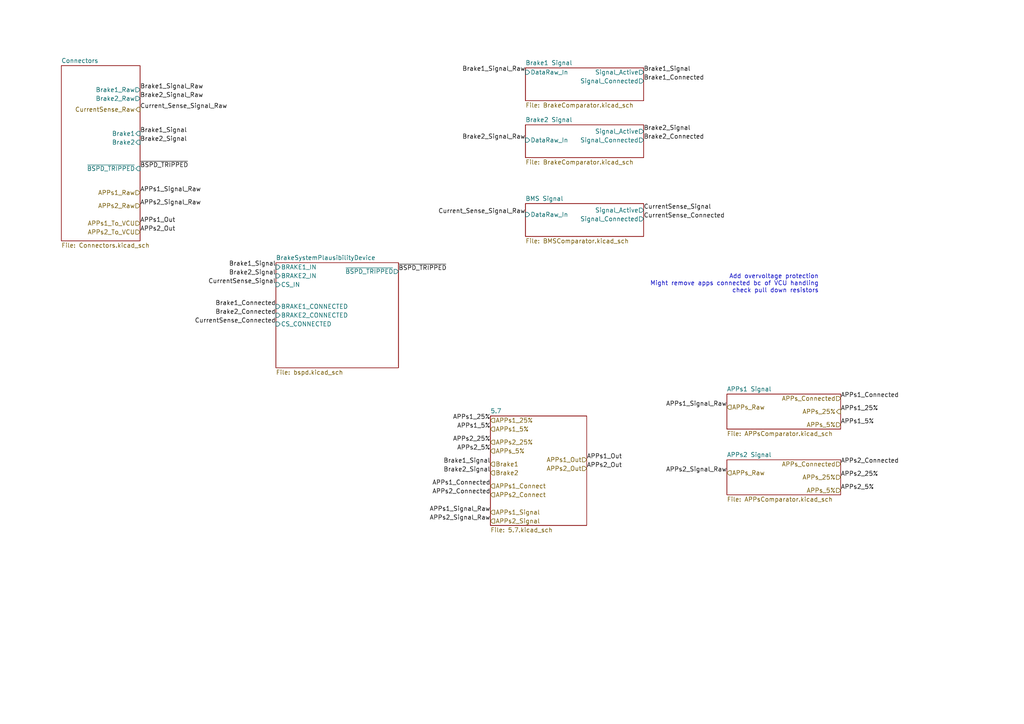
<source format=kicad_sch>
(kicad_sch (version 20211123) (generator eeschema)
  (paper "A4")
  (title_block (title "Appetizer") (date "2019-10-09") (rev "1") (company "Longhorn Racing Electric"))
  (lib_symbols)
  (text "Add overvoltage protection\nMight remove apps connected bc of VCU handling\ncheck pull down resistors\n" (at 237.49 85.09 0) (effects (font (size 1.27 1.27)) (justify right bottom)))
  (label "Brake2_Connected" (at 80.01 91.44 180))
  (label "Current_Sense_Signal_Raw" (at 40.64 31.75 0))
  (label "CurrentSense_Connected" (at 80.01 93.98 180))
  (label "Brake2_Connected" (at 186.69 40.64 0))
  (label "Brake2_Signal" (at 80.01 80.01 180))
  (label "Brake1_Signal_Raw" (at 40.64 26.035 0))
  (label "Brake2_Signal_Raw" (at 40.64 28.575 0))
  (label "Brake2_Signal" (at 142.24 137.16 180))
  (label "APPs2_Connected" (at 142.24 143.51 180))
  (label "Brake1_Signal" (at 142.24 134.62 180))
  (label "APPs2_25%" (at 243.84 138.43 0))
  (label "APPs1_Out" (at 40.64 64.77 0))
  (label "APPs2_5%" (at 142.24 130.81 180))
  (label "APPs2_Out" (at 40.64 67.31 0))
  (label "CurrentSense_Signal" (at 80.01 82.55 180))
  (label "APPs2_Signal_Raw" (at 40.64 59.69 0))
  (label "CurrentSense_Signal" (at 186.69 60.96 0))
  (label "APPs1_25%" (at 243.84 119.38 0))
  (label "APPs2_Signal_Raw" (at 210.82 137.16 180))
  (label "Brake2_Signal_Raw" (at 152.4 40.64 180))
  (label "Brake1_Signal" (at 80.01 77.47 180))
  (label "Brake1_Signal" (at 40.64 38.735 0))
  (label "APPs2_Signal_Raw" (at 142.24 151.13 180))
  (label "APPs1_5%" (at 243.84 123.19 0))
  (label "Brake1_Signal_Raw" (at 152.4 20.955 180))
  (label "APPs1_Signal_Raw" (at 210.82 118.11 180))
  (label "APPs1_Signal_Raw" (at 40.64 55.88 0))
  (label "Brake1_Connected" (at 186.69 23.495 0))
  (label "APPs1_Out" (at 170.18 133.35 0))
  (label "CurrentSense_Connected" (at 186.69 63.5 0))
  (label "APPs1_Signal_Raw" (at 142.24 148.59 180))
  (label "APPs2_Out" (at 170.18 135.89 0))
  (label "APPs1_25%" (at 142.24 121.92 180))
  (label "Current_Sense_Signal_Raw" (at 152.4 62.23 180))
  (label "~{BSPD_TRIPPED}" (at 115.57 78.74 0))
  (label "APPs1_Connected" (at 243.84 115.57 0))
  (label "APPs2_Connected" (at 243.84 134.62 0))
  (label "Brake2_Signal" (at 186.69 38.1 0))
  (label "Brake1_Connected" (at 80.01 88.9 180))
  (label "~{BSPD_TRIPPED}" (at 40.64 48.895 0))
  (label "APPs2_5%" (at 243.84 142.24 0))
  (label "Brake2_Signal" (at 40.64 41.275 0))
  (label "APPs2_25%" (at 142.24 128.27 180))
  (label "Brake1_Signal" (at 186.69 20.955 0))
  (label "APPs1_Connected" (at 142.24 140.97 180))
  (label "APPs1_5%" (at 142.24 124.46 180))
  (hierarchical_label "APPs_5%" (shape input) (at 243.84 123.19 180))
  (hierarchical_label "APPs1_Raw" (shape input) (at 40.64 55.88 180))
  (hierarchical_label "APPs1_Connect" (shape input) (at 142.24 140.97 0))
  (hierarchical_label "APPs1_25%" (shape input) (at 142.24 121.92 0))
  (hierarchical_label "APPs_Connected" (shape input) (at 243.84 115.57 180))
  (hierarchical_label "APPs2_25%" (shape input) (at 142.24 128.27 0))
  (hierarchical_label "APPs_5%" (shape input) (at 243.84 142.24 180))
  (hierarchical_label "APPs1_Signal" (shape input) (at 142.24 148.59 0))
  (hierarchical_label "APPs2_To_VCU" (shape input) (at 40.64 67.31 180))
  (hierarchical_label "APPs1_Out" (shape input) (at 170.18 133.35 180))
  (hierarchical_label "APPs2_Out" (shape input) (at 170.18 135.89 180))
  (hierarchical_label "APPs1_To_VCU" (shape input) (at 40.64 64.77 180))
  (hierarchical_label "APPs_25%" (shape input) (at 243.84 138.43 180))
  (hierarchical_label "Brake1" (shape input) (at 142.24 134.62 0))
  (hierarchical_label "APPs2_Signal" (shape input) (at 142.24 151.13 0))
  (hierarchical_label "APPs1_5%" (shape input) (at 142.24 124.46 0))
  (hierarchical_label "APPs2_Connect" (shape input) (at 142.24 143.51 0))
  (hierarchical_label "APPs_Connected" (shape input) (at 243.84 134.62 180))
  (hierarchical_label "APPs_5%" (shape input) (at 142.24 130.81 0))
  (hierarchical_label "CurrentSense_Raw" (shape output) (at 40.64 31.75 180))
  (hierarchical_label "APPs_25%" (shape output) (at 243.84 119.38 180))
  (hierarchical_label "APPs2_Raw" (shape input) (at 40.64 59.69 180))
  (hierarchical_label "Brake2" (shape input) (at 142.24 137.16 0))
  (hierarchical_label "APPs_Raw" (shape input) (at 210.82 137.16 0))
  (hierarchical_label "APPs_Raw" (shape input) (at 210.82 118.11 0))
  (sheet (at 17.78 19.05) (size 22.86 50.8)
    (property "Sheet name" "Connectors" (at 17.78 18.3384 0) (effects (justify left bottom)))
    (property "Sheet file" "Connectors.kicad_sch" (at 17.78 70.4346 0) (effects (justify left top)))
    (pin "Brake1_Raw" output (at 40.64 26.035 0))
    (pin "Brake2_Raw" output (at 40.64 28.575 0))
    (pin "Brake1" input (at 40.64 38.735 0))
    (pin "Brake2" input (at 40.64 41.275 0))
    (pin "~{BSPD_TRIPPED}" input (at 40.64 48.895 0))
  )
  (sheet (at 152.4 59.055) (size 34.29 9.525)
    (property "Sheet name" "BMS Signal" (at 152.4 58.3434 0) (effects (justify left bottom)))
    (property "Sheet file" "BMSComparator.kicad_sch" (at 152.4 69.1646 0) (effects (justify left top)))
    (pin "Signal_Active" output (at 186.69 60.96 0))
    (pin "DataRaw_In" input (at 152.4 62.23 180))
    (pin "Signal_Connected" output (at 186.69 63.5 0))
  )
  (sheet (at 80.01 76.2) (size 35.56 30.48)
    (property "Sheet name" "BrakeSystemPlausibilityDevice" (at 80.01 75.4884 0) (effects (justify left bottom)))
    (property "Sheet file" "bspd.kicad_sch" (at 80.01 107.2646 0) (effects (justify left top)))
    (pin "~{BSPD_TRIPPED}" output (at 115.57 78.74 0))
    (pin "CS_IN" input (at 80.01 82.55 180))
    (pin "BRAKE1_IN" input (at 80.01 77.47 180))
    (pin "BRAKE2_IN" input (at 80.01 80.01 180))
    (pin "BRAKE1_CONNECTED" input (at 80.01 88.9 180))
    (pin "BRAKE2_CONNECTED" input (at 80.01 91.44 180))
    (pin "CS_CONNECTED" input (at 80.01 93.98 180))
  )
  (sheet (at 152.4 19.685) (size 34.29 9.525)
    (property "Sheet name" "Brake1 Signal" (at 152.4 18.9734 0) (effects (justify left bottom)))
    (property "Sheet file" "BrakeComparator.kicad_sch" (at 152.4 29.7946 0) (effects (justify left top)))
    (pin "Signal_Active" output (at 186.69 20.955 0))
    (pin "DataRaw_In" input (at 152.4 20.955 180))
    (pin "Signal_Connected" output (at 186.69 23.495 0))
  )
  (sheet (at 152.4 36.195) (size 34.29 9.525)
    (property "Sheet name" "Brake2 Signal" (at 152.4 35.4834 0) (effects (justify left bottom)))
    (property "Sheet file" "BrakeComparator.kicad_sch" (at 152.4 46.3046 0) (effects (justify left top)))
    (pin "Signal_Active" output (at 186.69 38.1 0))
    (pin "DataRaw_In" input (at 152.4 40.64 180))
    (pin "Signal_Connected" output (at 186.69 40.64 0))
  )
  (sheet (at 210.82 114.3) (size 33.02 10.16) (stroke (width 0.1524))
    (property "Sheet name" "APPs1 Signal" (at 210.82 113.5884 0) (effects (justify left bottom)))
    (property "Sheet file" "APPsComparator.kicad_sch" (at 210.82 125.0446 0) (effects (justify left top)))
  )
  (sheet (at 142.24 120.65) (size 27.94 31.75) (stroke (width 0.1524))
    (property "Sheet name" "5.7" (at 142.24 119.9384 0) (effects (justify left bottom)))
    (property "Sheet file" "5.7.kicad_sch" (at 142.24 152.9846 0) (effects (justify left top)))
  )
  (sheet (at 210.82 133.35) (size 33.02 10.16) (stroke (width 0.1524))
    (property "Sheet name" "APPs2 Signal" (at 210.82 132.6384 0) (effects (justify left bottom)))
    (property "Sheet file" "APPsComparator.kicad_sch" (at 210.82 144.0946 0) (effects (justify left top)))
  )
)
</source>
